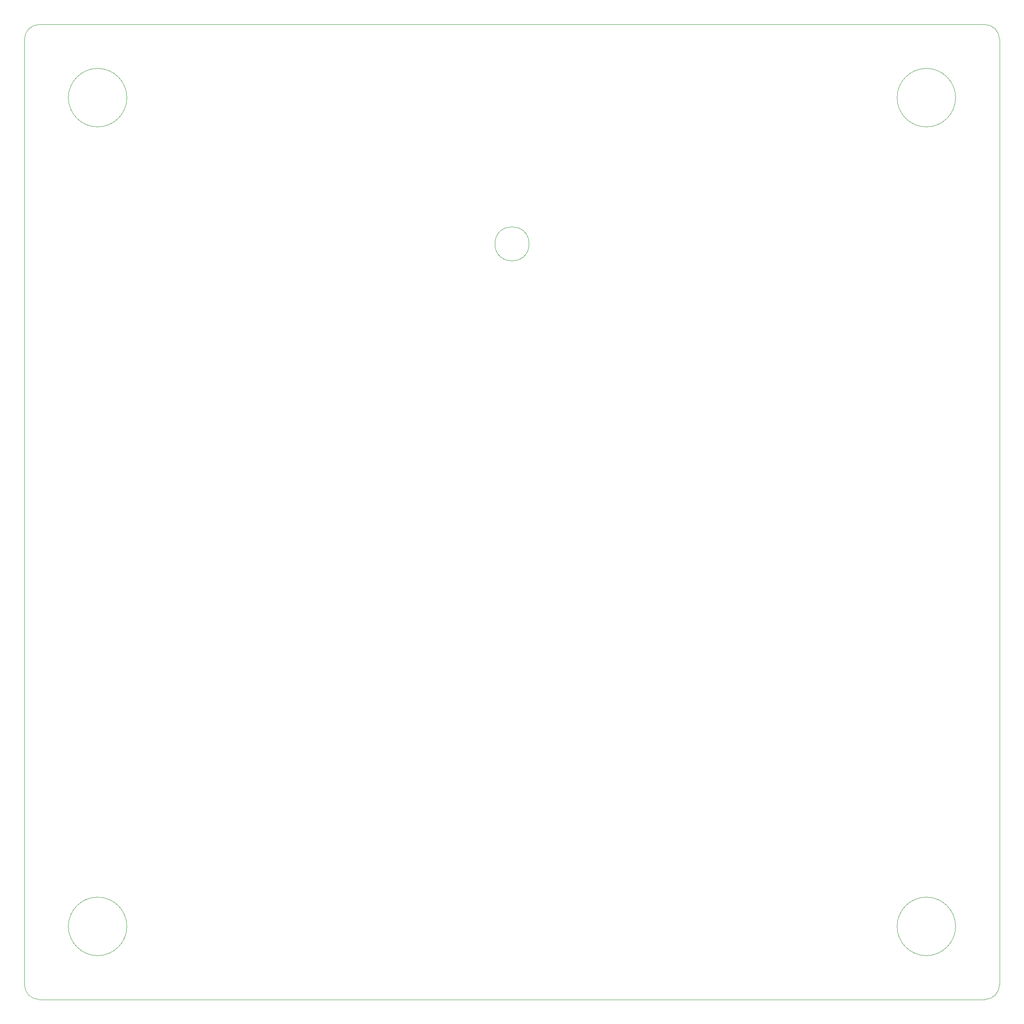
<source format=gm1>
%TF.GenerationSoftware,KiCad,Pcbnew,7.0.6*%
%TF.CreationDate,2023-10-22T02:20:42+00:00*%
%TF.ProjectId,HeatedBedFoil,48656174-6564-4426-9564-466f696c2e6b,rev?*%
%TF.SameCoordinates,Original*%
%TF.FileFunction,Profile,NP*%
%FSLAX46Y46*%
G04 Gerber Fmt 4.6, Leading zero omitted, Abs format (unit mm)*
G04 Created by KiCad (PCBNEW 7.0.6) date 2023-10-22 02:20:42*
%MOMM*%
%LPD*%
G01*
G04 APERTURE LIST*
%TA.AperFunction,Profile*%
%ADD10C,0.050000*%
%TD*%
%TA.AperFunction,Profile*%
%ADD11C,0.100000*%
%TD*%
G04 APERTURE END LIST*
D10*
X237000000Y-240000000D02*
X43000000Y-240000000D01*
D11*
X143500000Y-85000000D02*
G75*
G03*
X143500000Y-85000000I-3500000J0D01*
G01*
D10*
X43000000Y-40000000D02*
X237000000Y-40000000D01*
D11*
X61000000Y-225000000D02*
G75*
G03*
X61000000Y-225000000I-6000000J0D01*
G01*
D10*
X237000000Y-240000000D02*
G75*
G03*
X240000000Y-237000000I0J3000000D01*
G01*
X40000000Y-237000000D02*
X40000000Y-43000000D01*
X240000000Y-43000000D02*
X240000000Y-237000000D01*
X43000000Y-40000000D02*
G75*
G03*
X40000000Y-43000000I0J-3000000D01*
G01*
D11*
X61000000Y-55000000D02*
G75*
G03*
X61000000Y-55000000I-6000000J0D01*
G01*
X231000000Y-225000000D02*
G75*
G03*
X231000000Y-225000000I-6000000J0D01*
G01*
D10*
X240000000Y-43000000D02*
G75*
G03*
X237000000Y-40000000I-3000000J0D01*
G01*
D11*
X231000000Y-55000000D02*
G75*
G03*
X231000000Y-55000000I-6000000J0D01*
G01*
D10*
X40000000Y-237000000D02*
G75*
G03*
X43000000Y-240000000I3000000J0D01*
G01*
M02*

</source>
